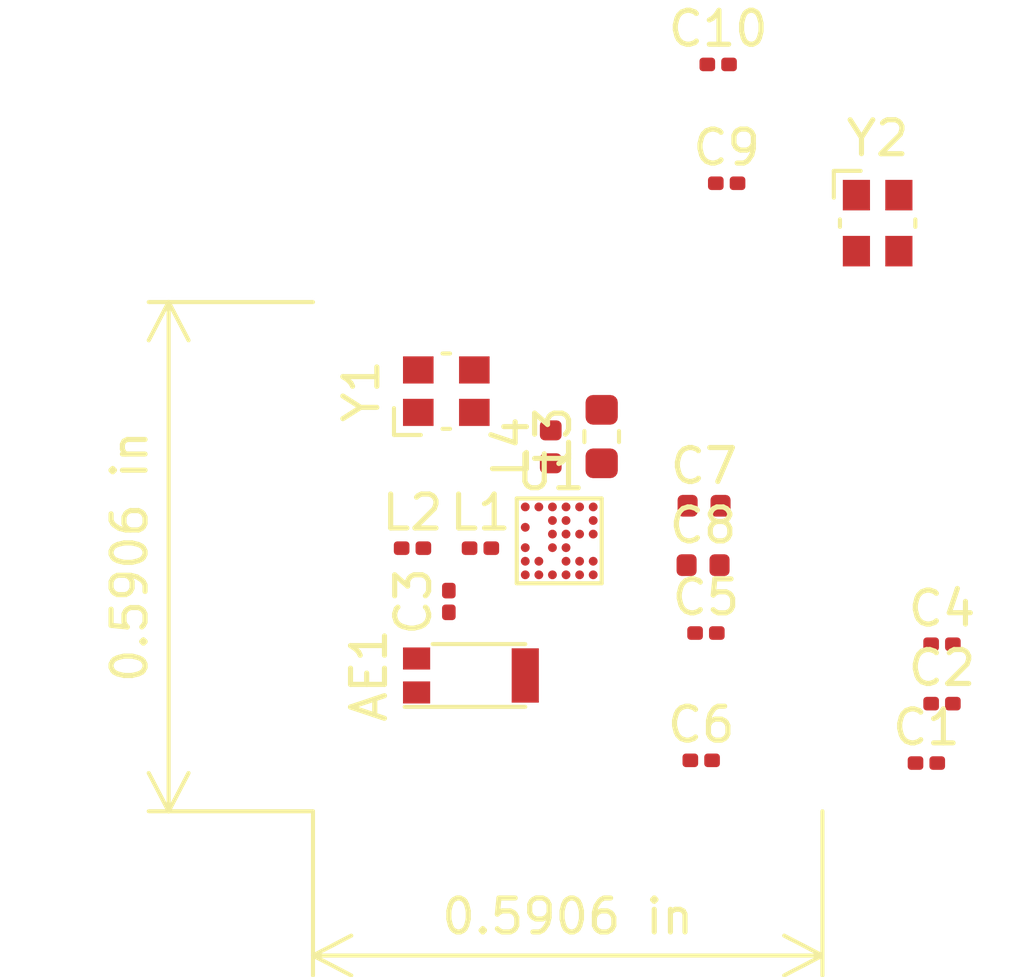
<source format=kicad_pcb>
(kicad_pcb (version 20171130) (host pcbnew "(5.1.5)-3")

  (general
    (thickness 1.6)
    (drawings 2)
    (tracks 0)
    (zones 0)
    (modules 18)
    (nets 26)
  )

  (page A4)
  (layers
    (0 F.Cu signal)
    (31 B.Cu signal)
    (32 B.Adhes user)
    (33 F.Adhes user)
    (34 B.Paste user)
    (35 F.Paste user)
    (36 B.SilkS user)
    (37 F.SilkS user)
    (38 B.Mask user)
    (39 F.Mask user)
    (40 Dwgs.User user)
    (41 Cmts.User user)
    (42 Eco1.User user)
    (43 Eco2.User user)
    (44 Edge.Cuts user)
    (45 Margin user)
    (46 B.CrtYd user)
    (47 F.CrtYd user)
    (48 B.Fab user)
    (49 F.Fab user)
  )

  (setup
    (last_trace_width 0.25)
    (user_trace_width 0.1)
    (user_trace_width 0.2)
    (trace_clearance 0.2)
    (zone_clearance 0.508)
    (zone_45_only no)
    (trace_min 0.09)
    (via_size 0.8)
    (via_drill 0.4)
    (via_min_size 0.4)
    (via_min_drill 0.3)
    (uvia_size 0.3)
    (uvia_drill 0.1)
    (uvias_allowed no)
    (uvia_min_size 0.2)
    (uvia_min_drill 0.1)
    (edge_width 0.05)
    (segment_width 0.2)
    (pcb_text_width 0.3)
    (pcb_text_size 1.5 1.5)
    (mod_edge_width 0.12)
    (mod_text_size 1 1)
    (mod_text_width 0.15)
    (pad_size 1.524 1.524)
    (pad_drill 0.762)
    (pad_to_mask_clearance 0.051)
    (solder_mask_min_width 0.25)
    (aux_axis_origin 0 0)
    (visible_elements 7FFFFFFF)
    (pcbplotparams
      (layerselection 0x010fc_ffffffff)
      (usegerberextensions false)
      (usegerberattributes false)
      (usegerberadvancedattributes false)
      (creategerberjobfile false)
      (excludeedgelayer true)
      (linewidth 0.100000)
      (plotframeref false)
      (viasonmask false)
      (mode 1)
      (useauxorigin false)
      (hpglpennumber 1)
      (hpglpenspeed 20)
      (hpglpendiameter 15.000000)
      (psnegative false)
      (psa4output false)
      (plotreference true)
      (plotvalue true)
      (plotinvisibletext false)
      (padsonsilk false)
      (subtractmaskfromsilk false)
      (outputformat 1)
      (mirror false)
      (drillshape 1)
      (scaleselection 1)
      (outputdirectory ""))
  )

  (net 0 "")
  (net 1 "Net-(AE1-Pad1)")
  (net 2 "Net-(AE1-Pad2)")
  (net 3 VSS_PA)
  (net 4 XC1)
  (net 5 XC2)
  (net 6 "Net-(C3-Pad1)")
  (net 7 DEC1)
  (net 8 "Net-(C5-Pad1)")
  (net 9 "Net-(C6-Pad2)")
  (net 10 VDD)
  (net 11 XL1)
  (net 12 XL2)
  (net 13 "Net-(L1-Pad1)")
  (net 14 "Net-(L3-Pad2)")
  (net 15 "Net-(L3-Pad1)")
  (net 16 "Net-(U1-PadF6)")
  (net 17 "Net-(U1-PadF5)")
  (net 18 "Net-(U1-PadF4)")
  (net 19 "Net-(U1-PadG5)")
  (net 20 "Net-(U1-PadG4)")
  (net 21 "Net-(U1-PadG3)")
  (net 22 "Net-(U1-PadG2)")
  (net 23 "Net-(U1-PadF2)")
  (net 24 SWDIO)
  (net 25 SWDCLK)

  (net_class Default "This is the default net class."
    (clearance 0.2)
    (trace_width 0.25)
    (via_dia 0.8)
    (via_drill 0.4)
    (uvia_dia 0.3)
    (uvia_drill 0.1)
    (add_net DEC1)
    (add_net "Net-(AE1-Pad1)")
    (add_net "Net-(AE1-Pad2)")
    (add_net "Net-(C3-Pad1)")
    (add_net "Net-(C5-Pad1)")
    (add_net "Net-(C6-Pad2)")
    (add_net "Net-(L1-Pad1)")
    (add_net "Net-(L3-Pad1)")
    (add_net "Net-(L3-Pad2)")
    (add_net "Net-(U1-PadF2)")
    (add_net "Net-(U1-PadF4)")
    (add_net "Net-(U1-PadF5)")
    (add_net "Net-(U1-PadF6)")
    (add_net "Net-(U1-PadG2)")
    (add_net "Net-(U1-PadG3)")
    (add_net "Net-(U1-PadG4)")
    (add_net "Net-(U1-PadG5)")
    (add_net SWDCLK)
    (add_net SWDIO)
    (add_net VDD)
    (add_net VSS_PA)
    (add_net XC1)
    (add_net XC2)
    (add_net XL1)
    (add_net XL2)
  )

  (module Crystal:Crystal_SMD_Abracon_ABM10-4Pin_2.5x2.0mm (layer F.Cu) (tedit 5A098890) (tstamp 5F4ABC3A)
    (at 235.125 117.425)
    (descr "Abracon Miniature Ceramic Smd Crystal ABM10 http://www.abracon.com/Resonators/ABM10.pdf")
    (tags "SMD SMT crystal Abracon ABM10")
    (path /5F4FCC2E)
    (attr smd)
    (fp_text reference Y2 (at 0 -2.5) (layer F.SilkS)
      (effects (font (size 1 1) (thickness 0.15)))
    )
    (fp_text value 32.768kHz (at 0.04 2.5) (layer F.Fab)
      (effects (font (size 1 1) (thickness 0.15)))
    )
    (fp_line (start -1.53 -1.78) (end -1.53 1.78) (layer F.CrtYd) (width 0.05))
    (fp_line (start -0.5 -1.54) (end -1.29 -1.54) (layer F.SilkS) (width 0.12))
    (fp_line (start 1.11 -0.11) (end 1.11 0.11) (layer F.SilkS) (width 0.12))
    (fp_line (start -1 -0.75) (end -1 1.25) (layer F.Fab) (width 0.1))
    (fp_line (start 1 -1.25) (end 1 1.25) (layer F.Fab) (width 0.1))
    (fp_line (start -0.5 -1.25) (end 1 -1.25) (layer F.Fab) (width 0.1))
    (fp_line (start -1 1.25) (end 1 1.25) (layer F.Fab) (width 0.1))
    (fp_line (start -1.11 -0.11) (end -1.11 0.11) (layer F.SilkS) (width 0.12))
    (fp_line (start -0.5 -1.25) (end -1 -0.75) (layer F.Fab) (width 0.1))
    (fp_line (start -1.29 -0.75) (end -1.29 -1.54) (layer F.SilkS) (width 0.12))
    (fp_text user %R (at 0 0 90) (layer F.Fab)
      (effects (font (size 0.5 0.5) (thickness 0.075)))
    )
    (fp_line (start 1.53 -1.78) (end 1.53 1.78) (layer F.CrtYd) (width 0.05))
    (fp_line (start 1.53 -1.78) (end -1.53 -1.78) (layer F.CrtYd) (width 0.05))
    (fp_line (start -1.53 1.78) (end 1.53 1.78) (layer F.CrtYd) (width 0.05))
    (pad 4 smd rect (at 0.625 -0.825) (size 0.8 0.9) (layers F.Cu F.Paste F.Mask))
    (pad 2 smd rect (at -0.625 0.825) (size 0.8 0.9) (layers F.Cu F.Paste F.Mask)
      (net 12 XL2))
    (pad 3 smd rect (at 0.625 0.825) (size 0.8 0.9) (layers F.Cu F.Paste F.Mask))
    (pad 1 smd rect (at -0.625 -0.825) (size 0.8 0.9) (layers F.Cu F.Paste F.Mask)
      (net 11 XL1))
    (model ${KISYS3DMOD}/Crystal.3dshapes/Crystal_SMD_Abracon_ABM10-4Pin_2.5x2.0mm.wrl
      (at (xyz 0 0 0))
      (scale (xyz 1 1 1))
      (rotate (xyz 0 0 0))
    )
  )

  (module Crystal:Crystal_SMD_Abracon_ABM10-4Pin_2.5x2.0mm (layer F.Cu) (tedit 5A098890) (tstamp 5F4AC6DF)
    (at 222.425 122.375 90)
    (descr "Abracon Miniature Ceramic Smd Crystal ABM10 http://www.abracon.com/Resonators/ABM10.pdf")
    (tags "SMD SMT crystal Abracon ABM10")
    (path /5F4B4A89)
    (attr smd)
    (fp_text reference Y1 (at 0 -2.5 90) (layer F.SilkS)
      (effects (font (size 1 1) (thickness 0.15)))
    )
    (fp_text value 32kHz (at 0.04 2.5 90) (layer F.Fab)
      (effects (font (size 1 1) (thickness 0.15)))
    )
    (fp_line (start -1.53 -1.78) (end -1.53 1.78) (layer F.CrtYd) (width 0.05))
    (fp_line (start -0.5 -1.54) (end -1.29 -1.54) (layer F.SilkS) (width 0.12))
    (fp_line (start 1.11 -0.11) (end 1.11 0.11) (layer F.SilkS) (width 0.12))
    (fp_line (start -1 -0.75) (end -1 1.25) (layer F.Fab) (width 0.1))
    (fp_line (start 1 -1.25) (end 1 1.25) (layer F.Fab) (width 0.1))
    (fp_line (start -0.5 -1.25) (end 1 -1.25) (layer F.Fab) (width 0.1))
    (fp_line (start -1 1.25) (end 1 1.25) (layer F.Fab) (width 0.1))
    (fp_line (start -1.11 -0.11) (end -1.11 0.11) (layer F.SilkS) (width 0.12))
    (fp_line (start -0.5 -1.25) (end -1 -0.75) (layer F.Fab) (width 0.1))
    (fp_line (start -1.29 -0.75) (end -1.29 -1.54) (layer F.SilkS) (width 0.12))
    (fp_text user %R (at 0 0) (layer F.Fab)
      (effects (font (size 0.5 0.5) (thickness 0.075)))
    )
    (fp_line (start 1.53 -1.78) (end 1.53 1.78) (layer F.CrtYd) (width 0.05))
    (fp_line (start 1.53 -1.78) (end -1.53 -1.78) (layer F.CrtYd) (width 0.05))
    (fp_line (start -1.53 1.78) (end 1.53 1.78) (layer F.CrtYd) (width 0.05))
    (pad 4 smd rect (at 0.625 -0.825 90) (size 0.8 0.9) (layers F.Cu F.Paste F.Mask))
    (pad 2 smd rect (at -0.625 0.825 90) (size 0.8 0.9) (layers F.Cu F.Paste F.Mask)
      (net 5 XC2))
    (pad 3 smd rect (at 0.625 0.825 90) (size 0.8 0.9) (layers F.Cu F.Paste F.Mask))
    (pad 1 smd rect (at -0.625 -0.825 90) (size 0.8 0.9) (layers F.Cu F.Paste F.Mask)
      (net 4 XC1))
    (model ${KISYS3DMOD}/Crystal.3dshapes/Crystal_SMD_Abracon_ABM10-4Pin_2.5x2.0mm.wrl
      (at (xyz 0 0 0))
      (scale (xyz 1 1 1))
      (rotate (xyz 0 0 0))
    )
  )

  (module nrfp:WLCSP_Nordic (layer F.Cu) (tedit 5F49A7D2) (tstamp 5F4ABC0E)
    (at 224.5 128.035)
    (path /5F4DD3F6)
    (fp_text reference U1 (at 1 -3.27) (layer F.SilkS)
      (effects (font (size 1 1) (thickness 0.15)))
    )
    (fp_text value nRF52805 (at 1.53 0.965) (layer F.Fab)
      (effects (font (size 1 1) (thickness 0.15)))
    )
    (fp_line (start 0 -2.5) (end 2.5 -2.5) (layer F.SilkS) (width 0.12))
    (fp_line (start 0 0) (end 0 -2.5) (layer F.SilkS) (width 0.12))
    (fp_line (start 2.5 0) (end 0 0) (layer F.SilkS) (width 0.12))
    (fp_line (start 2.5 -2.5) (end 2.5 0) (layer F.SilkS) (width 0.12))
    (pad C1 smd circle (at 0.25 -1.65) (size 0.26 0.26) (layers F.Cu F.Paste F.Mask)
      (net 3 VSS_PA))
    (pad A1 smd circle (at 0.25 -2.25) (size 0.26 0.26) (layers F.Cu F.Paste F.Mask)
      (net 4 XC1))
    (pad A2 smd circle (at 0.65 -2.25) (size 0.26 0.26) (layers F.Cu F.Paste F.Mask)
      (net 5 XC2))
    (pad A3 smd circle (at 1.05 -2.25) (size 0.26 0.26) (layers F.Cu F.Paste F.Mask)
      (net 9 "Net-(C6-Pad2)"))
    (pad B3 smd circle (at 1.05 -1.85) (size 0.26 0.26) (layers F.Cu F.Paste F.Mask)
      (net 3 VSS_PA))
    (pad D3 smd circle (at 1.05 -1.45) (size 0.26 0.26) (layers F.Cu F.Paste F.Mask)
      (net 3 VSS_PA))
    (pad B6 smd circle (at 2.25 -1.85) (size 0.26 0.26) (layers F.Cu F.Paste F.Mask)
      (net 7 DEC1))
    (pad A6 smd circle (at 2.25 -2.25) (size 0.26 0.26) (layers F.Cu F.Paste F.Mask)
      (net 10 VDD))
    (pad A5 smd circle (at 1.85 -2.25) (size 0.26 0.26) (layers F.Cu F.Paste F.Mask)
      (net 14 "Net-(L3-Pad2)"))
    (pad A4 smd circle (at 1.45 -2.25) (size 0.26 0.26) (layers F.Cu F.Paste F.Mask)
      (net 9 "Net-(C6-Pad2)"))
    (pad B4 smd circle (at 1.45 -1.85) (size 0.26 0.26) (layers F.Cu F.Paste F.Mask)
      (net 3 VSS_PA))
    (pad D6 smd circle (at 2.25 -1.45) (size 0.26 0.26) (layers F.Cu F.Paste F.Mask)
      (net 11 XL1))
    (pad D5 smd circle (at 1.85 -1.45) (size 0.26 0.26) (layers F.Cu F.Paste F.Mask)
      (net 12 XL2))
    (pad D4 smd circle (at 1.45 -1.45) (size 0.26 0.26) (layers F.Cu F.Paste F.Mask)
      (net 3 VSS_PA))
    (pad E4 smd circle (at 1.45 -1.05) (size 0.26 0.26) (layers F.Cu F.Paste F.Mask)
      (net 3 VSS_PA))
    (pad E1 smd circle (at 0.25 -1.05) (size 0.26 0.26) (layers F.Cu F.Paste F.Mask)
      (net 13 "Net-(L1-Pad1)"))
    (pad E3 smd circle (at 1.05 -1.05) (size 0.26 0.26) (layers F.Cu F.Paste F.Mask)
      (net 3 VSS_PA))
    (pad F6 smd circle (at 2.25 -0.65) (size 0.26 0.26) (layers F.Cu F.Paste F.Mask)
      (net 16 "Net-(U1-PadF6)"))
    (pad F5 smd circle (at 1.85 -0.65) (size 0.26 0.26) (layers F.Cu F.Paste F.Mask)
      (net 17 "Net-(U1-PadF5)"))
    (pad F4 smd circle (at 1.45 -0.65) (size 0.26 0.26) (layers F.Cu F.Paste F.Mask)
      (net 18 "Net-(U1-PadF4)"))
    (pad G6 smd circle (at 2.25 -0.25) (size 0.26 0.26) (layers F.Cu F.Paste F.Mask)
      (net 8 "Net-(C5-Pad1)"))
    (pad G5 smd circle (at 1.85 -0.25) (size 0.26 0.26) (layers F.Cu F.Paste F.Mask)
      (net 19 "Net-(U1-PadG5)"))
    (pad G4 smd circle (at 1.45 -0.25) (size 0.26 0.26) (layers F.Cu F.Paste F.Mask)
      (net 20 "Net-(U1-PadG4)"))
    (pad G3 smd circle (at 1.05 -0.25) (size 0.26 0.26) (layers F.Cu F.Paste F.Mask)
      (net 21 "Net-(U1-PadG3)"))
    (pad G2 smd circle (at 0.65 -0.25) (size 0.26 0.26) (layers F.Cu F.Paste F.Mask)
      (net 22 "Net-(U1-PadG2)"))
    (pad F2 smd circle (at 0.65 -0.65) (size 0.26 0.26) (layers F.Cu F.Paste F.Mask)
      (net 23 "Net-(U1-PadF2)"))
    (pad F1 smd circle (at 0.25 -0.65) (size 0.26 0.26) (layers F.Cu F.Paste F.Mask)
      (net 24 SWDIO))
    (pad G1 smd circle (at 0.25 -0.25) (size 0.26 0.26) (layers F.Cu F.Paste F.Mask)
      (net 25 SWDCLK))
  )

  (module Inductor_SMD:L_0402_1005Metric (layer F.Cu) (tedit 5B301BBE) (tstamp 5F4AC1C4)
    (at 225.5 124.015 90)
    (descr "Inductor SMD 0402 (1005 Metric), square (rectangular) end terminal, IPC_7351 nominal, (Body size source: http://www.tortai-tech.com/upload/download/2011102023233369053.pdf), generated with kicad-footprint-generator")
    (tags inductor)
    (path /5F4C0BA2)
    (attr smd)
    (fp_text reference L4 (at 0 -1.17 90) (layer F.SilkS)
      (effects (font (size 1 1) (thickness 0.15)))
    )
    (fp_text value 15nH (at 0 1.17 90) (layer F.Fab)
      (effects (font (size 1 1) (thickness 0.15)))
    )
    (fp_text user %R (at 0 0 90) (layer F.Fab)
      (effects (font (size 0.25 0.25) (thickness 0.04)))
    )
    (fp_line (start 0.93 0.47) (end -0.93 0.47) (layer F.CrtYd) (width 0.05))
    (fp_line (start 0.93 -0.47) (end 0.93 0.47) (layer F.CrtYd) (width 0.05))
    (fp_line (start -0.93 -0.47) (end 0.93 -0.47) (layer F.CrtYd) (width 0.05))
    (fp_line (start -0.93 0.47) (end -0.93 -0.47) (layer F.CrtYd) (width 0.05))
    (fp_line (start 0.5 0.25) (end -0.5 0.25) (layer F.Fab) (width 0.1))
    (fp_line (start 0.5 -0.25) (end 0.5 0.25) (layer F.Fab) (width 0.1))
    (fp_line (start -0.5 -0.25) (end 0.5 -0.25) (layer F.Fab) (width 0.1))
    (fp_line (start -0.5 0.25) (end -0.5 -0.25) (layer F.Fab) (width 0.1))
    (pad 2 smd roundrect (at 0.485 0 90) (size 0.59 0.64) (layers F.Cu F.Paste F.Mask) (roundrect_rratio 0.25)
      (net 15 "Net-(L3-Pad1)"))
    (pad 1 smd roundrect (at -0.485 0 90) (size 0.59 0.64) (layers F.Cu F.Paste F.Mask) (roundrect_rratio 0.25)
      (net 9 "Net-(C6-Pad2)"))
    (model ${KISYS3DMOD}/Inductor_SMD.3dshapes/L_0402_1005Metric.wrl
      (at (xyz 0 0 0))
      (scale (xyz 1 1 1))
      (rotate (xyz 0 0 0))
    )
  )

  (module Inductor_SMD:L_0603_1608Metric (layer F.Cu) (tedit 5B301BBE) (tstamp 5F4ABBDB)
    (at 227 123.7125 90)
    (descr "Inductor SMD 0603 (1608 Metric), square (rectangular) end terminal, IPC_7351 nominal, (Body size source: http://www.tortai-tech.com/upload/download/2011102023233369053.pdf), generated with kicad-footprint-generator")
    (tags inductor)
    (path /5F4C0427)
    (attr smd)
    (fp_text reference L3 (at 0 -1.43 90) (layer F.SilkS)
      (effects (font (size 1 1) (thickness 0.15)))
    )
    (fp_text value 10uH (at 0 1.43 90) (layer F.Fab)
      (effects (font (size 1 1) (thickness 0.15)))
    )
    (fp_text user %R (at 0 0 90) (layer F.Fab)
      (effects (font (size 0.4 0.4) (thickness 0.06)))
    )
    (fp_line (start 1.48 0.73) (end -1.48 0.73) (layer F.CrtYd) (width 0.05))
    (fp_line (start 1.48 -0.73) (end 1.48 0.73) (layer F.CrtYd) (width 0.05))
    (fp_line (start -1.48 -0.73) (end 1.48 -0.73) (layer F.CrtYd) (width 0.05))
    (fp_line (start -1.48 0.73) (end -1.48 -0.73) (layer F.CrtYd) (width 0.05))
    (fp_line (start -0.162779 0.51) (end 0.162779 0.51) (layer F.SilkS) (width 0.12))
    (fp_line (start -0.162779 -0.51) (end 0.162779 -0.51) (layer F.SilkS) (width 0.12))
    (fp_line (start 0.8 0.4) (end -0.8 0.4) (layer F.Fab) (width 0.1))
    (fp_line (start 0.8 -0.4) (end 0.8 0.4) (layer F.Fab) (width 0.1))
    (fp_line (start -0.8 -0.4) (end 0.8 -0.4) (layer F.Fab) (width 0.1))
    (fp_line (start -0.8 0.4) (end -0.8 -0.4) (layer F.Fab) (width 0.1))
    (pad 2 smd roundrect (at 0.7875 0 90) (size 0.875 0.95) (layers F.Cu F.Paste F.Mask) (roundrect_rratio 0.25)
      (net 14 "Net-(L3-Pad2)"))
    (pad 1 smd roundrect (at -0.7875 0 90) (size 0.875 0.95) (layers F.Cu F.Paste F.Mask) (roundrect_rratio 0.25)
      (net 15 "Net-(L3-Pad1)"))
    (model ${KISYS3DMOD}/Inductor_SMD.3dshapes/L_0603_1608Metric.wrl
      (at (xyz 0 0 0))
      (scale (xyz 1 1 1))
      (rotate (xyz 0 0 0))
    )
  )

  (module Inductor_SMD:L_0201_0603Metric (layer F.Cu) (tedit 5B301BBE) (tstamp 5F4ABBCA)
    (at 221.43 127)
    (descr "Inductor SMD 0201 (0603 Metric), square (rectangular) end terminal, IPC_7351 nominal, (Body size source: https://www.vishay.com/docs/20052/crcw0201e3.pdf), generated with kicad-footprint-generator")
    (tags inductor)
    (path /5F4AC149)
    (attr smd)
    (fp_text reference L2 (at 0 -1.05) (layer F.SilkS)
      (effects (font (size 1 1) (thickness 0.15)))
    )
    (fp_text value 3.3nH (at 0 1.05) (layer F.Fab)
      (effects (font (size 1 1) (thickness 0.15)))
    )
    (fp_text user %R (at 0 -0.68) (layer F.Fab)
      (effects (font (size 0.25 0.25) (thickness 0.04)))
    )
    (fp_line (start 0.7 0.35) (end -0.7 0.35) (layer F.CrtYd) (width 0.05))
    (fp_line (start 0.7 -0.35) (end 0.7 0.35) (layer F.CrtYd) (width 0.05))
    (fp_line (start -0.7 -0.35) (end 0.7 -0.35) (layer F.CrtYd) (width 0.05))
    (fp_line (start -0.7 0.35) (end -0.7 -0.35) (layer F.CrtYd) (width 0.05))
    (fp_line (start 0.3 0.15) (end -0.3 0.15) (layer F.Fab) (width 0.1))
    (fp_line (start 0.3 -0.15) (end 0.3 0.15) (layer F.Fab) (width 0.1))
    (fp_line (start -0.3 -0.15) (end 0.3 -0.15) (layer F.Fab) (width 0.1))
    (fp_line (start -0.3 0.15) (end -0.3 -0.15) (layer F.Fab) (width 0.1))
    (pad 2 smd roundrect (at 0.32 0) (size 0.46 0.4) (layers F.Cu F.Mask) (roundrect_rratio 0.25)
      (net 1 "Net-(AE1-Pad1)"))
    (pad 1 smd roundrect (at -0.32 0) (size 0.46 0.4) (layers F.Cu F.Mask) (roundrect_rratio 0.25)
      (net 6 "Net-(C3-Pad1)"))
    (pad "" smd roundrect (at 0.345 0) (size 0.318 0.36) (layers F.Paste) (roundrect_rratio 0.25))
    (pad "" smd roundrect (at -0.345 0) (size 0.318 0.36) (layers F.Paste) (roundrect_rratio 0.25))
    (model ${KISYS3DMOD}/Inductor_SMD.3dshapes/L_0201_0603Metric.wrl
      (at (xyz 0 0 0))
      (scale (xyz 1 1 1))
      (rotate (xyz 0 0 0))
    )
  )

  (module Inductor_SMD:L_0201_0603Metric (layer F.Cu) (tedit 5B301BBE) (tstamp 5F4ABBB9)
    (at 223.43 127)
    (descr "Inductor SMD 0201 (0603 Metric), square (rectangular) end terminal, IPC_7351 nominal, (Body size source: https://www.vishay.com/docs/20052/crcw0201e3.pdf), generated with kicad-footprint-generator")
    (tags inductor)
    (path /5F4AB0AE)
    (attr smd)
    (fp_text reference L1 (at 0 -1.05) (layer F.SilkS)
      (effects (font (size 1 1) (thickness 0.15)))
    )
    (fp_text value 2.2nH (at 0 1.05) (layer F.Fab)
      (effects (font (size 1 1) (thickness 0.15)))
    )
    (fp_text user %R (at 0 -0.68) (layer F.Fab)
      (effects (font (size 0.25 0.25) (thickness 0.04)))
    )
    (fp_line (start 0.7 0.35) (end -0.7 0.35) (layer F.CrtYd) (width 0.05))
    (fp_line (start 0.7 -0.35) (end 0.7 0.35) (layer F.CrtYd) (width 0.05))
    (fp_line (start -0.7 -0.35) (end 0.7 -0.35) (layer F.CrtYd) (width 0.05))
    (fp_line (start -0.7 0.35) (end -0.7 -0.35) (layer F.CrtYd) (width 0.05))
    (fp_line (start 0.3 0.15) (end -0.3 0.15) (layer F.Fab) (width 0.1))
    (fp_line (start 0.3 -0.15) (end 0.3 0.15) (layer F.Fab) (width 0.1))
    (fp_line (start -0.3 -0.15) (end 0.3 -0.15) (layer F.Fab) (width 0.1))
    (fp_line (start -0.3 0.15) (end -0.3 -0.15) (layer F.Fab) (width 0.1))
    (pad 2 smd roundrect (at 0.32 0) (size 0.46 0.4) (layers F.Cu F.Mask) (roundrect_rratio 0.25)
      (net 6 "Net-(C3-Pad1)"))
    (pad 1 smd roundrect (at -0.32 0) (size 0.46 0.4) (layers F.Cu F.Mask) (roundrect_rratio 0.25)
      (net 13 "Net-(L1-Pad1)"))
    (pad "" smd roundrect (at 0.345 0) (size 0.318 0.36) (layers F.Paste) (roundrect_rratio 0.25))
    (pad "" smd roundrect (at -0.345 0) (size 0.318 0.36) (layers F.Paste) (roundrect_rratio 0.25))
    (model ${KISYS3DMOD}/Inductor_SMD.3dshapes/L_0201_0603Metric.wrl
      (at (xyz 0 0 0))
      (scale (xyz 1 1 1))
      (rotate (xyz 0 0 0))
    )
  )

  (module Capacitor_SMD:C_0201_0603Metric (layer F.Cu) (tedit 5B301BBE) (tstamp 5F4ABBA8)
    (at 230.43 112.75)
    (descr "Capacitor SMD 0201 (0603 Metric), square (rectangular) end terminal, IPC_7351 nominal, (Body size source: https://www.vishay.com/docs/20052/crcw0201e3.pdf), generated with kicad-footprint-generator")
    (tags capacitor)
    (path /5F4FCC34)
    (attr smd)
    (fp_text reference C10 (at 0 -1.05) (layer F.SilkS)
      (effects (font (size 1 1) (thickness 0.15)))
    )
    (fp_text value 12pF (at 0 1.05) (layer F.Fab)
      (effects (font (size 1 1) (thickness 0.15)))
    )
    (fp_text user %R (at 0 -0.68) (layer F.Fab)
      (effects (font (size 0.25 0.25) (thickness 0.04)))
    )
    (fp_line (start 0.7 0.35) (end -0.7 0.35) (layer F.CrtYd) (width 0.05))
    (fp_line (start 0.7 -0.35) (end 0.7 0.35) (layer F.CrtYd) (width 0.05))
    (fp_line (start -0.7 -0.35) (end 0.7 -0.35) (layer F.CrtYd) (width 0.05))
    (fp_line (start -0.7 0.35) (end -0.7 -0.35) (layer F.CrtYd) (width 0.05))
    (fp_line (start 0.3 0.15) (end -0.3 0.15) (layer F.Fab) (width 0.1))
    (fp_line (start 0.3 -0.15) (end 0.3 0.15) (layer F.Fab) (width 0.1))
    (fp_line (start -0.3 -0.15) (end 0.3 -0.15) (layer F.Fab) (width 0.1))
    (fp_line (start -0.3 0.15) (end -0.3 -0.15) (layer F.Fab) (width 0.1))
    (pad 2 smd roundrect (at 0.32 0) (size 0.46 0.4) (layers F.Cu F.Mask) (roundrect_rratio 0.25)
      (net 3 VSS_PA))
    (pad 1 smd roundrect (at -0.32 0) (size 0.46 0.4) (layers F.Cu F.Mask) (roundrect_rratio 0.25)
      (net 12 XL2))
    (pad "" smd roundrect (at 0.345 0) (size 0.318 0.36) (layers F.Paste) (roundrect_rratio 0.25))
    (pad "" smd roundrect (at -0.345 0) (size 0.318 0.36) (layers F.Paste) (roundrect_rratio 0.25))
    (model ${KISYS3DMOD}/Capacitor_SMD.3dshapes/C_0201_0603Metric.wrl
      (at (xyz 0 0 0))
      (scale (xyz 1 1 1))
      (rotate (xyz 0 0 0))
    )
  )

  (module Capacitor_SMD:C_0201_0603Metric (layer F.Cu) (tedit 5B301BBE) (tstamp 5F4ABB97)
    (at 230.68 116.25)
    (descr "Capacitor SMD 0201 (0603 Metric), square (rectangular) end terminal, IPC_7351 nominal, (Body size source: https://www.vishay.com/docs/20052/crcw0201e3.pdf), generated with kicad-footprint-generator")
    (tags capacitor)
    (path /5F4FCC3A)
    (attr smd)
    (fp_text reference C9 (at 0 -1.05) (layer F.SilkS)
      (effects (font (size 1 1) (thickness 0.15)))
    )
    (fp_text value 12pF (at 0 1.05) (layer F.Fab)
      (effects (font (size 1 1) (thickness 0.15)))
    )
    (fp_text user %R (at 0 -0.68) (layer F.Fab)
      (effects (font (size 0.25 0.25) (thickness 0.04)))
    )
    (fp_line (start 0.7 0.35) (end -0.7 0.35) (layer F.CrtYd) (width 0.05))
    (fp_line (start 0.7 -0.35) (end 0.7 0.35) (layer F.CrtYd) (width 0.05))
    (fp_line (start -0.7 -0.35) (end 0.7 -0.35) (layer F.CrtYd) (width 0.05))
    (fp_line (start -0.7 0.35) (end -0.7 -0.35) (layer F.CrtYd) (width 0.05))
    (fp_line (start 0.3 0.15) (end -0.3 0.15) (layer F.Fab) (width 0.1))
    (fp_line (start 0.3 -0.15) (end 0.3 0.15) (layer F.Fab) (width 0.1))
    (fp_line (start -0.3 -0.15) (end 0.3 -0.15) (layer F.Fab) (width 0.1))
    (fp_line (start -0.3 0.15) (end -0.3 -0.15) (layer F.Fab) (width 0.1))
    (pad 2 smd roundrect (at 0.32 0) (size 0.46 0.4) (layers F.Cu F.Mask) (roundrect_rratio 0.25)
      (net 3 VSS_PA))
    (pad 1 smd roundrect (at -0.32 0) (size 0.46 0.4) (layers F.Cu F.Mask) (roundrect_rratio 0.25)
      (net 11 XL1))
    (pad "" smd roundrect (at 0.345 0) (size 0.318 0.36) (layers F.Paste) (roundrect_rratio 0.25))
    (pad "" smd roundrect (at -0.345 0) (size 0.318 0.36) (layers F.Paste) (roundrect_rratio 0.25))
    (model ${KISYS3DMOD}/Capacitor_SMD.3dshapes/C_0201_0603Metric.wrl
      (at (xyz 0 0 0))
      (scale (xyz 1 1 1))
      (rotate (xyz 0 0 0))
    )
  )

  (module Capacitor_SMD:C_0402_1005Metric (layer F.Cu) (tedit 5B301BBE) (tstamp 5F4ABB86)
    (at 229.985 127.5)
    (descr "Capacitor SMD 0402 (1005 Metric), square (rectangular) end terminal, IPC_7351 nominal, (Body size source: http://www.tortai-tech.com/upload/download/2011102023233369053.pdf), generated with kicad-footprint-generator")
    (tags capacitor)
    (path /5F4C32FC)
    (attr smd)
    (fp_text reference C8 (at 0 -1.17) (layer F.SilkS)
      (effects (font (size 1 1) (thickness 0.15)))
    )
    (fp_text value 1uF (at 0 1.17) (layer F.Fab)
      (effects (font (size 1 1) (thickness 0.15)))
    )
    (fp_text user %R (at 0 0) (layer F.Fab)
      (effects (font (size 0.25 0.25) (thickness 0.04)))
    )
    (fp_line (start 0.93 0.47) (end -0.93 0.47) (layer F.CrtYd) (width 0.05))
    (fp_line (start 0.93 -0.47) (end 0.93 0.47) (layer F.CrtYd) (width 0.05))
    (fp_line (start -0.93 -0.47) (end 0.93 -0.47) (layer F.CrtYd) (width 0.05))
    (fp_line (start -0.93 0.47) (end -0.93 -0.47) (layer F.CrtYd) (width 0.05))
    (fp_line (start 0.5 0.25) (end -0.5 0.25) (layer F.Fab) (width 0.1))
    (fp_line (start 0.5 -0.25) (end 0.5 0.25) (layer F.Fab) (width 0.1))
    (fp_line (start -0.5 -0.25) (end 0.5 -0.25) (layer F.Fab) (width 0.1))
    (fp_line (start -0.5 0.25) (end -0.5 -0.25) (layer F.Fab) (width 0.1))
    (pad 2 smd roundrect (at 0.485 0) (size 0.59 0.64) (layers F.Cu F.Paste F.Mask) (roundrect_rratio 0.25)
      (net 3 VSS_PA))
    (pad 1 smd roundrect (at -0.485 0) (size 0.59 0.64) (layers F.Cu F.Paste F.Mask) (roundrect_rratio 0.25)
      (net 9 "Net-(C6-Pad2)"))
    (model ${KISYS3DMOD}/Capacitor_SMD.3dshapes/C_0402_1005Metric.wrl
      (at (xyz 0 0 0))
      (scale (xyz 1 1 1))
      (rotate (xyz 0 0 0))
    )
  )

  (module Capacitor_SMD:C_0402_1005Metric (layer F.Cu) (tedit 5B301BBE) (tstamp 5F4ABB77)
    (at 230.015 125.75)
    (descr "Capacitor SMD 0402 (1005 Metric), square (rectangular) end terminal, IPC_7351 nominal, (Body size source: http://www.tortai-tech.com/upload/download/2011102023233369053.pdf), generated with kicad-footprint-generator")
    (tags capacitor)
    (path /5F4B8B79)
    (attr smd)
    (fp_text reference C7 (at 0 -1.17) (layer F.SilkS)
      (effects (font (size 1 1) (thickness 0.15)))
    )
    (fp_text value 2.2uF (at 0 1.17) (layer F.Fab)
      (effects (font (size 1 1) (thickness 0.15)))
    )
    (fp_text user %R (at 0 0) (layer F.Fab)
      (effects (font (size 0.25 0.25) (thickness 0.04)))
    )
    (fp_line (start 0.93 0.47) (end -0.93 0.47) (layer F.CrtYd) (width 0.05))
    (fp_line (start 0.93 -0.47) (end 0.93 0.47) (layer F.CrtYd) (width 0.05))
    (fp_line (start -0.93 -0.47) (end 0.93 -0.47) (layer F.CrtYd) (width 0.05))
    (fp_line (start -0.93 0.47) (end -0.93 -0.47) (layer F.CrtYd) (width 0.05))
    (fp_line (start 0.5 0.25) (end -0.5 0.25) (layer F.Fab) (width 0.1))
    (fp_line (start 0.5 -0.25) (end 0.5 0.25) (layer F.Fab) (width 0.1))
    (fp_line (start -0.5 -0.25) (end 0.5 -0.25) (layer F.Fab) (width 0.1))
    (fp_line (start -0.5 0.25) (end -0.5 -0.25) (layer F.Fab) (width 0.1))
    (pad 2 smd roundrect (at 0.485 0) (size 0.59 0.64) (layers F.Cu F.Paste F.Mask) (roundrect_rratio 0.25)
      (net 3 VSS_PA))
    (pad 1 smd roundrect (at -0.485 0) (size 0.59 0.64) (layers F.Cu F.Paste F.Mask) (roundrect_rratio 0.25)
      (net 10 VDD))
    (model ${KISYS3DMOD}/Capacitor_SMD.3dshapes/C_0402_1005Metric.wrl
      (at (xyz 0 0 0))
      (scale (xyz 1 1 1))
      (rotate (xyz 0 0 0))
    )
  )

  (module Capacitor_SMD:C_0201_0603Metric (layer F.Cu) (tedit 5B301BBE) (tstamp 5F4ABB68)
    (at 229.93 133.25)
    (descr "Capacitor SMD 0201 (0603 Metric), square (rectangular) end terminal, IPC_7351 nominal, (Body size source: https://www.vishay.com/docs/20052/crcw0201e3.pdf), generated with kicad-footprint-generator")
    (tags capacitor)
    (path /5F4C87F8)
    (attr smd)
    (fp_text reference C6 (at 0 -1.05) (layer F.SilkS)
      (effects (font (size 1 1) (thickness 0.15)))
    )
    (fp_text value 100pF (at 0 1.05) (layer F.Fab)
      (effects (font (size 1 1) (thickness 0.15)))
    )
    (fp_text user %R (at 0 -0.68) (layer F.Fab)
      (effects (font (size 0.25 0.25) (thickness 0.04)))
    )
    (fp_line (start 0.7 0.35) (end -0.7 0.35) (layer F.CrtYd) (width 0.05))
    (fp_line (start 0.7 -0.35) (end 0.7 0.35) (layer F.CrtYd) (width 0.05))
    (fp_line (start -0.7 -0.35) (end 0.7 -0.35) (layer F.CrtYd) (width 0.05))
    (fp_line (start -0.7 0.35) (end -0.7 -0.35) (layer F.CrtYd) (width 0.05))
    (fp_line (start 0.3 0.15) (end -0.3 0.15) (layer F.Fab) (width 0.1))
    (fp_line (start 0.3 -0.15) (end 0.3 0.15) (layer F.Fab) (width 0.1))
    (fp_line (start -0.3 -0.15) (end 0.3 -0.15) (layer F.Fab) (width 0.1))
    (fp_line (start -0.3 0.15) (end -0.3 -0.15) (layer F.Fab) (width 0.1))
    (pad 2 smd roundrect (at 0.32 0) (size 0.46 0.4) (layers F.Cu F.Mask) (roundrect_rratio 0.25)
      (net 9 "Net-(C6-Pad2)"))
    (pad 1 smd roundrect (at -0.32 0) (size 0.46 0.4) (layers F.Cu F.Mask) (roundrect_rratio 0.25)
      (net 3 VSS_PA))
    (pad "" smd roundrect (at 0.345 0) (size 0.318 0.36) (layers F.Paste) (roundrect_rratio 0.25))
    (pad "" smd roundrect (at -0.345 0) (size 0.318 0.36) (layers F.Paste) (roundrect_rratio 0.25))
    (model ${KISYS3DMOD}/Capacitor_SMD.3dshapes/C_0201_0603Metric.wrl
      (at (xyz 0 0 0))
      (scale (xyz 1 1 1))
      (rotate (xyz 0 0 0))
    )
  )

  (module Capacitor_SMD:C_0201_0603Metric (layer F.Cu) (tedit 5B301BBE) (tstamp 5F4ABB57)
    (at 230.07 129.5)
    (descr "Capacitor SMD 0201 (0603 Metric), square (rectangular) end terminal, IPC_7351 nominal, (Body size source: https://www.vishay.com/docs/20052/crcw0201e3.pdf), generated with kicad-footprint-generator")
    (tags capacitor)
    (path /5F4E9CB0)
    (attr smd)
    (fp_text reference C5 (at 0 -1.05) (layer F.SilkS)
      (effects (font (size 1 1) (thickness 0.15)))
    )
    (fp_text value 100nF (at 0 1.05) (layer F.Fab)
      (effects (font (size 1 1) (thickness 0.15)))
    )
    (fp_text user %R (at 0 -0.68) (layer F.Fab)
      (effects (font (size 0.25 0.25) (thickness 0.04)))
    )
    (fp_line (start 0.7 0.35) (end -0.7 0.35) (layer F.CrtYd) (width 0.05))
    (fp_line (start 0.7 -0.35) (end 0.7 0.35) (layer F.CrtYd) (width 0.05))
    (fp_line (start -0.7 -0.35) (end 0.7 -0.35) (layer F.CrtYd) (width 0.05))
    (fp_line (start -0.7 0.35) (end -0.7 -0.35) (layer F.CrtYd) (width 0.05))
    (fp_line (start 0.3 0.15) (end -0.3 0.15) (layer F.Fab) (width 0.1))
    (fp_line (start 0.3 -0.15) (end 0.3 0.15) (layer F.Fab) (width 0.1))
    (fp_line (start -0.3 -0.15) (end 0.3 -0.15) (layer F.Fab) (width 0.1))
    (fp_line (start -0.3 0.15) (end -0.3 -0.15) (layer F.Fab) (width 0.1))
    (pad 2 smd roundrect (at 0.32 0) (size 0.46 0.4) (layers F.Cu F.Mask) (roundrect_rratio 0.25)
      (net 3 VSS_PA))
    (pad 1 smd roundrect (at -0.32 0) (size 0.46 0.4) (layers F.Cu F.Mask) (roundrect_rratio 0.25)
      (net 8 "Net-(C5-Pad1)"))
    (pad "" smd roundrect (at 0.345 0) (size 0.318 0.36) (layers F.Paste) (roundrect_rratio 0.25))
    (pad "" smd roundrect (at -0.345 0) (size 0.318 0.36) (layers F.Paste) (roundrect_rratio 0.25))
    (model ${KISYS3DMOD}/Capacitor_SMD.3dshapes/C_0201_0603Metric.wrl
      (at (xyz 0 0 0))
      (scale (xyz 1 1 1))
      (rotate (xyz 0 0 0))
    )
  )

  (module Capacitor_SMD:C_0201_0603Metric (layer F.Cu) (tedit 5B301BBE) (tstamp 5F4ABB46)
    (at 237.02 129.83)
    (descr "Capacitor SMD 0201 (0603 Metric), square (rectangular) end terminal, IPC_7351 nominal, (Body size source: https://www.vishay.com/docs/20052/crcw0201e3.pdf), generated with kicad-footprint-generator")
    (tags capacitor)
    (path /5F4D684F)
    (attr smd)
    (fp_text reference C4 (at 0 -1.05) (layer F.SilkS)
      (effects (font (size 1 1) (thickness 0.15)))
    )
    (fp_text value 100nF (at 0 1.05) (layer F.Fab)
      (effects (font (size 1 1) (thickness 0.15)))
    )
    (fp_text user %R (at 0 -0.68) (layer F.Fab)
      (effects (font (size 0.25 0.25) (thickness 0.04)))
    )
    (fp_line (start 0.7 0.35) (end -0.7 0.35) (layer F.CrtYd) (width 0.05))
    (fp_line (start 0.7 -0.35) (end 0.7 0.35) (layer F.CrtYd) (width 0.05))
    (fp_line (start -0.7 -0.35) (end 0.7 -0.35) (layer F.CrtYd) (width 0.05))
    (fp_line (start -0.7 0.35) (end -0.7 -0.35) (layer F.CrtYd) (width 0.05))
    (fp_line (start 0.3 0.15) (end -0.3 0.15) (layer F.Fab) (width 0.1))
    (fp_line (start 0.3 -0.15) (end 0.3 0.15) (layer F.Fab) (width 0.1))
    (fp_line (start -0.3 -0.15) (end 0.3 -0.15) (layer F.Fab) (width 0.1))
    (fp_line (start -0.3 0.15) (end -0.3 -0.15) (layer F.Fab) (width 0.1))
    (pad 2 smd roundrect (at 0.32 0) (size 0.46 0.4) (layers F.Cu F.Mask) (roundrect_rratio 0.25)
      (net 3 VSS_PA))
    (pad 1 smd roundrect (at -0.32 0) (size 0.46 0.4) (layers F.Cu F.Mask) (roundrect_rratio 0.25)
      (net 7 DEC1))
    (pad "" smd roundrect (at 0.345 0) (size 0.318 0.36) (layers F.Paste) (roundrect_rratio 0.25))
    (pad "" smd roundrect (at -0.345 0) (size 0.318 0.36) (layers F.Paste) (roundrect_rratio 0.25))
    (model ${KISYS3DMOD}/Capacitor_SMD.3dshapes/C_0201_0603Metric.wrl
      (at (xyz 0 0 0))
      (scale (xyz 1 1 1))
      (rotate (xyz 0 0 0))
    )
  )

  (module Capacitor_SMD:C_0201_0603Metric (layer F.Cu) (tedit 5B301BBE) (tstamp 5F4ABB35)
    (at 222.5 128.57 90)
    (descr "Capacitor SMD 0201 (0603 Metric), square (rectangular) end terminal, IPC_7351 nominal, (Body size source: https://www.vishay.com/docs/20052/crcw0201e3.pdf), generated with kicad-footprint-generator")
    (tags capacitor)
    (path /5F4AC393)
    (attr smd)
    (fp_text reference C3 (at 0 -1.05 90) (layer F.SilkS)
      (effects (font (size 1 1) (thickness 0.15)))
    )
    (fp_text value 1.2pF (at 0 1.05 90) (layer F.Fab)
      (effects (font (size 1 1) (thickness 0.15)))
    )
    (fp_text user %R (at 0 -0.68 90) (layer F.Fab)
      (effects (font (size 0.25 0.25) (thickness 0.04)))
    )
    (fp_line (start 0.7 0.35) (end -0.7 0.35) (layer F.CrtYd) (width 0.05))
    (fp_line (start 0.7 -0.35) (end 0.7 0.35) (layer F.CrtYd) (width 0.05))
    (fp_line (start -0.7 -0.35) (end 0.7 -0.35) (layer F.CrtYd) (width 0.05))
    (fp_line (start -0.7 0.35) (end -0.7 -0.35) (layer F.CrtYd) (width 0.05))
    (fp_line (start 0.3 0.15) (end -0.3 0.15) (layer F.Fab) (width 0.1))
    (fp_line (start 0.3 -0.15) (end 0.3 0.15) (layer F.Fab) (width 0.1))
    (fp_line (start -0.3 -0.15) (end 0.3 -0.15) (layer F.Fab) (width 0.1))
    (fp_line (start -0.3 0.15) (end -0.3 -0.15) (layer F.Fab) (width 0.1))
    (pad 2 smd roundrect (at 0.32 0 90) (size 0.46 0.4) (layers F.Cu F.Mask) (roundrect_rratio 0.25)
      (net 3 VSS_PA))
    (pad 1 smd roundrect (at -0.32 0 90) (size 0.46 0.4) (layers F.Cu F.Mask) (roundrect_rratio 0.25)
      (net 6 "Net-(C3-Pad1)"))
    (pad "" smd roundrect (at 0.345 0 90) (size 0.318 0.36) (layers F.Paste) (roundrect_rratio 0.25))
    (pad "" smd roundrect (at -0.345 0 90) (size 0.318 0.36) (layers F.Paste) (roundrect_rratio 0.25))
    (model ${KISYS3DMOD}/Capacitor_SMD.3dshapes/C_0201_0603Metric.wrl
      (at (xyz 0 0 0))
      (scale (xyz 1 1 1))
      (rotate (xyz 0 0 0))
    )
  )

  (module Capacitor_SMD:C_0201_0603Metric (layer F.Cu) (tedit 5B301BBE) (tstamp 5F4ABB24)
    (at 237.02 131.58)
    (descr "Capacitor SMD 0201 (0603 Metric), square (rectangular) end terminal, IPC_7351 nominal, (Body size source: https://www.vishay.com/docs/20052/crcw0201e3.pdf), generated with kicad-footprint-generator")
    (tags capacitor)
    (path /5F4B2998)
    (attr smd)
    (fp_text reference C2 (at 0 -1.05) (layer F.SilkS)
      (effects (font (size 1 1) (thickness 0.15)))
    )
    (fp_text value 12pF (at 0 1.05) (layer F.Fab)
      (effects (font (size 1 1) (thickness 0.15)))
    )
    (fp_text user %R (at 0 -0.68) (layer F.Fab)
      (effects (font (size 0.25 0.25) (thickness 0.04)))
    )
    (fp_line (start 0.7 0.35) (end -0.7 0.35) (layer F.CrtYd) (width 0.05))
    (fp_line (start 0.7 -0.35) (end 0.7 0.35) (layer F.CrtYd) (width 0.05))
    (fp_line (start -0.7 -0.35) (end 0.7 -0.35) (layer F.CrtYd) (width 0.05))
    (fp_line (start -0.7 0.35) (end -0.7 -0.35) (layer F.CrtYd) (width 0.05))
    (fp_line (start 0.3 0.15) (end -0.3 0.15) (layer F.Fab) (width 0.1))
    (fp_line (start 0.3 -0.15) (end 0.3 0.15) (layer F.Fab) (width 0.1))
    (fp_line (start -0.3 -0.15) (end 0.3 -0.15) (layer F.Fab) (width 0.1))
    (fp_line (start -0.3 0.15) (end -0.3 -0.15) (layer F.Fab) (width 0.1))
    (pad 2 smd roundrect (at 0.32 0) (size 0.46 0.4) (layers F.Cu F.Mask) (roundrect_rratio 0.25)
      (net 3 VSS_PA))
    (pad 1 smd roundrect (at -0.32 0) (size 0.46 0.4) (layers F.Cu F.Mask) (roundrect_rratio 0.25)
      (net 5 XC2))
    (pad "" smd roundrect (at 0.345 0) (size 0.318 0.36) (layers F.Paste) (roundrect_rratio 0.25))
    (pad "" smd roundrect (at -0.345 0) (size 0.318 0.36) (layers F.Paste) (roundrect_rratio 0.25))
    (model ${KISYS3DMOD}/Capacitor_SMD.3dshapes/C_0201_0603Metric.wrl
      (at (xyz 0 0 0))
      (scale (xyz 1 1 1))
      (rotate (xyz 0 0 0))
    )
  )

  (module Capacitor_SMD:C_0201_0603Metric (layer F.Cu) (tedit 5B301BBE) (tstamp 5F4ABB13)
    (at 236.56 133.33)
    (descr "Capacitor SMD 0201 (0603 Metric), square (rectangular) end terminal, IPC_7351 nominal, (Body size source: https://www.vishay.com/docs/20052/crcw0201e3.pdf), generated with kicad-footprint-generator")
    (tags capacitor)
    (path /5F4B23AF)
    (attr smd)
    (fp_text reference C1 (at 0 -1.05) (layer F.SilkS)
      (effects (font (size 1 1) (thickness 0.15)))
    )
    (fp_text value 12pF (at 0 1.05) (layer F.Fab)
      (effects (font (size 1 1) (thickness 0.15)))
    )
    (fp_text user %R (at 0 -0.68) (layer F.Fab)
      (effects (font (size 0.25 0.25) (thickness 0.04)))
    )
    (fp_line (start 0.7 0.35) (end -0.7 0.35) (layer F.CrtYd) (width 0.05))
    (fp_line (start 0.7 -0.35) (end 0.7 0.35) (layer F.CrtYd) (width 0.05))
    (fp_line (start -0.7 -0.35) (end 0.7 -0.35) (layer F.CrtYd) (width 0.05))
    (fp_line (start -0.7 0.35) (end -0.7 -0.35) (layer F.CrtYd) (width 0.05))
    (fp_line (start 0.3 0.15) (end -0.3 0.15) (layer F.Fab) (width 0.1))
    (fp_line (start 0.3 -0.15) (end 0.3 0.15) (layer F.Fab) (width 0.1))
    (fp_line (start -0.3 -0.15) (end 0.3 -0.15) (layer F.Fab) (width 0.1))
    (fp_line (start -0.3 0.15) (end -0.3 -0.15) (layer F.Fab) (width 0.1))
    (pad 2 smd roundrect (at 0.32 0) (size 0.46 0.4) (layers F.Cu F.Mask) (roundrect_rratio 0.25)
      (net 3 VSS_PA))
    (pad 1 smd roundrect (at -0.32 0) (size 0.46 0.4) (layers F.Cu F.Mask) (roundrect_rratio 0.25)
      (net 4 XC1))
    (pad "" smd roundrect (at 0.345 0) (size 0.318 0.36) (layers F.Paste) (roundrect_rratio 0.25))
    (pad "" smd roundrect (at -0.345 0) (size 0.318 0.36) (layers F.Paste) (roundrect_rratio 0.25))
    (model ${KISYS3DMOD}/Capacitor_SMD.3dshapes/C_0201_0603Metric.wrl
      (at (xyz 0 0 0))
      (scale (xyz 1 1 1))
      (rotate (xyz 0 0 0))
    )
  )

  (module RF_Antenna:Pulse_W3011 (layer F.Cu) (tedit 5A03018F) (tstamp 5F4ABFBA)
    (at 223.15 130.75 90)
    (descr "Pulse RF Antenna, 4mm Clearance")
    (tags "antenna rf")
    (path /5F4B0A11)
    (attr smd)
    (fp_text reference AE1 (at 0 -3 90) (layer F.SilkS)
      (effects (font (size 1 1) (thickness 0.15)))
    )
    (fp_text value Antenna_Chip (at 0 3 90) (layer F.Fab)
      (effects (font (size 1 1) (thickness 0.15)))
    )
    (fp_line (start -0.8 1.6) (end 0.8 1.6) (layer F.Fab) (width 0.1))
    (fp_line (start -0.8 1.6) (end -0.8 -1.6) (layer F.Fab) (width 0.1))
    (fp_line (start 0.8 1.6) (end 0.8 -1.6) (layer F.Fab) (width 0.1))
    (fp_line (start -0.8 -1.6) (end 0.8 -1.6) (layer F.Fab) (width 0.1))
    (fp_line (start -1.33 -2.5) (end 1.3 -2.5) (layer F.CrtYd) (width 0.05))
    (fp_line (start -1.33 -2.5) (end -1.33 2.5) (layer F.CrtYd) (width 0.05))
    (fp_line (start -1.33 2.5) (end 1.3 2.5) (layer F.CrtYd) (width 0.05))
    (fp_line (start 1.3 -2.5) (end 1.3 2.5) (layer F.CrtYd) (width 0.05))
    (fp_line (start 1.05 2) (end 1.05 -2) (layer Dwgs.User) (width 0.05))
    (fp_line (start 1.05 -2) (end -3.2 -2) (layer Dwgs.User) (width 0.05))
    (fp_line (start -3.2 -2) (end -3.2 2) (layer Dwgs.User) (width 0.05))
    (fp_line (start -3.2 2) (end 1.05 2) (layer Dwgs.User) (width 0.05))
    (fp_line (start 1.05 -2) (end -3.2 2) (layer Dwgs.User) (width 0.05))
    (fp_line (start -3.2 -2) (end 1.05 2) (layer Dwgs.User) (width 0.05))
    (fp_text user %R (at 0.05 -0.05 90) (layer F.Fab)
      (effects (font (size 0.3 0.3) (thickness 0.03)))
    )
    (fp_text user "No copper" (at -2.7 0) (layer Cmts.User)
      (effects (font (size 0.3 0.3) (thickness 0.03)))
    )
    (fp_text user "on all layers" (at -2.2 0) (layer Cmts.User)
      (effects (font (size 0.3 0.3) (thickness 0.03)))
    )
    (fp_line (start -0.925 1.6) (end -0.925 -1.95) (layer F.SilkS) (width 0.12))
    (fp_line (start 0.925 1.6) (end 0.925 -1.125) (layer F.SilkS) (width 0.12))
    (pad 2 smd trapezoid (at 0 1.6 180) (size 0.8 1.6) (layers F.Cu F.Paste F.Mask)
      (net 2 "Net-(AE1-Pad2)"))
    (pad 1 smd trapezoid (at -0.5 -1.6 180) (size 0.8 0.65) (layers F.Cu F.Paste F.Mask)
      (net 1 "Net-(AE1-Pad1)"))
    (pad 2 smd trapezoid (at 0.5 -1.6 180) (size 0.8 0.65) (layers F.Cu F.Paste F.Mask)
      (net 2 "Net-(AE1-Pad2)"))
    (model ${KISYS3DMOD}/RF_Antenna.3dshapes/Pulse_W3011.wrl
      (at (xyz 0 0 0))
      (scale (xyz 1 1 1))
      (rotate (xyz 0 0 0))
    )
  )

  (dimension 15 (width 0.12) (layer F.SilkS)
    (gr_text "15.000 mm" (at 212.98 127.25 90) (layer F.SilkS)
      (effects (font (size 1 1) (thickness 0.15)))
    )
    (feature1 (pts (xy 218.5 119.75) (xy 213.663579 119.75)))
    (feature2 (pts (xy 218.5 134.75) (xy 213.663579 134.75)))
    (crossbar (pts (xy 214.25 134.75) (xy 214.25 119.75)))
    (arrow1a (pts (xy 214.25 119.75) (xy 214.836421 120.876504)))
    (arrow1b (pts (xy 214.25 119.75) (xy 213.663579 120.876504)))
    (arrow2a (pts (xy 214.25 134.75) (xy 214.836421 133.623496)))
    (arrow2b (pts (xy 214.25 134.75) (xy 213.663579 133.623496)))
  )
  (dimension 15 (width 0.12) (layer F.SilkS)
    (gr_text "15.000 mm" (at 226 140.27) (layer F.SilkS)
      (effects (font (size 1 1) (thickness 0.15)))
    )
    (feature1 (pts (xy 218.5 134.75) (xy 218.5 139.586421)))
    (feature2 (pts (xy 233.5 134.75) (xy 233.5 139.586421)))
    (crossbar (pts (xy 233.5 139) (xy 218.5 139)))
    (arrow1a (pts (xy 218.5 139) (xy 219.626504 138.413579)))
    (arrow1b (pts (xy 218.5 139) (xy 219.626504 139.586421)))
    (arrow2a (pts (xy 233.5 139) (xy 232.373496 138.413579)))
    (arrow2b (pts (xy 233.5 139) (xy 232.373496 139.586421)))
  )

)

</source>
